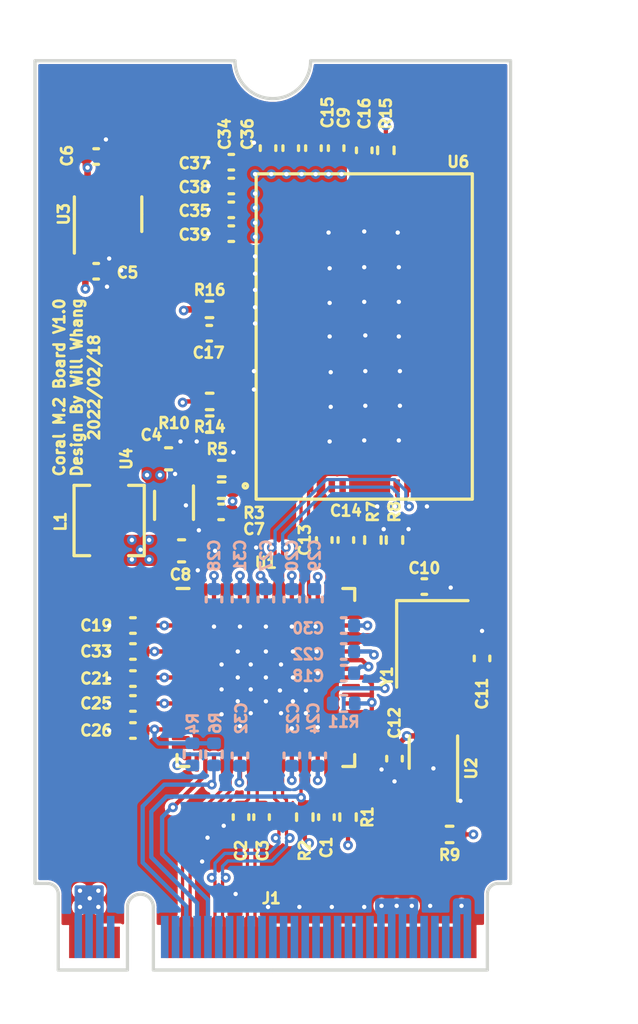
<source format=kicad_pcb>
(kicad_pcb (version 20211014) (generator pcbnew)
  (layers (0 "F.Cu" signal) (1 "In1.Cu" signal) (2 "In2.Cu" signal) (31 "B.Cu" signal) (34 "B.Paste" user) (35 "F.Paste" user) (36 "B.SilkS" user "B.Silkscreen") (37 "F.SilkS" user "F.Silkscreen") (38 "B.Mask" user) (39 "F.Mask" user) (44 "Edge.Cuts" user))
  (net 0 "")
  (net 1 "+3.3VA")
  (net 2 "GND")
  (net 3 "+1V8")
  (net 8 "PCIe_LED")
  (net 30 "PCIe_RX_P")
  (net 32 "PCIe_RX_N")
  (net 35 "PCIe_TX_P")
  (net 37 "PCIe_TX_N")
  (net 38 "PCIe_RST")
  (net 39 "PCIe_CLK_REQ")
  (net 40 "PCIe_CLK_N")
  (net 41 "Net-(C1-Pad2)")
  (net 42 "PCIe_CLK_P")
  (net 48 "Net-(C7-Pad2)")
  (net 51 "Net-(C10-Pad2)")
  (net 52 "Net-(C11-Pad2)")
  (net 53 "Net-(R7-Pad2)")
  (net 54 "Net-(R8-Pad2)")
  (net 55 "Net-(R9-Pad2)")
  (net 56 "Net-(C2-Pad2)")
  (net 58 "Net-(C3-Pad2)")
  (net 59 "+1V1")
  (net 60 "USB3_TX1+")
  (net 61 "USB_TPU1_DN")
  (net 62 "USB_TPU1_DP")
  (net 63 "Net-(C13-Pad2)")
  (net 64 "USB3_TX1-")
  (net 74 "Net-(L1-Pad1)")
  (net 76 "Net-(C14-Pad2)")
  (net 77 "TPU_RST")
  (net 78 "PE_WAKE")
  (net 79 "SMI")
  (net 80 "TPU_USB_SEL")
  (net 81 "Net-(R11-Pad1)")
  (net 82 "USB3_RX1-")
  (net 83 "USB3_RX1+")
  (net 104 "Net-(U1-Pad33)")
  (net 105 "Net-(U1-Pad34)")
  (net 106 "Net-(U1-Pad35)")
  (net 107 "Net-(U1-Pad36)")
  (net 108 "Net-(R15-Pad1)")
  (footprint "Resistor_SMD:R_0402_1005Metric" (layer "F.Cu") (at 139.44 68.8)
    (fp_text reference "R16")
    (fp_text value "10K")
  )
  (footprint "Package_DFN_QFN:DFN-8-1EP_3x2mm_P0.5mm_EP1.36x1.46mm" (layer "F.Cu") (at 149.8 90 90)
    (fp_text reference "U2")
    (fp_text value "W25Q32JVZP")
  )
  (footprint "Crystal:Crystal_SMD_3225-4Pin_3.2x2.5mm" (layer "F.Cu") (at 149.75 84.25 -90)
    (fp_text reference "Y1")
    (fp_text value "25Mhz")
  )
  (footprint "NGFF:NGFF_M" (layer "F.Cu") (at 142.37 99.3125)
    (fp_text reference "J1")
    (fp_text value "Bus_M.2_Socket_M")
    (fp_line (start -6.725 0) (end -6.725 -2.9) (layer "Edge.Cuts") (width 0.15))
    (fp_line (start 0 0) (end 9.925 0) (layer "Edge.Cuts") (width 0.15))
    (fp_line (start -9.925 -3.5) (end -9.925 0) (layer "Edge.Cuts") (width 0.15))
    (fp_line (start 9.925 0) (end 9.925 -3.5) (layer "Edge.Cuts") (width 0.15))
    (fp_line (start 10.425 -4) (end 11 -4) (layer "Edge.Cuts") (width 0.15))
    (fp_line (start -5.525 0) (end 0 0) (layer "Edge.Cuts") (width 0.15))
    (fp_line (start -11 -4) (end -10.425 -4) (layer "Edge.Cuts") (width 0.15))
    (fp_line (start -9.925 0) (end -6.725 0) (layer "Edge.Cuts") (width 0.15))
    (fp_line (start -5.525 -2.9) (end -5.525 0) (layer "Edge.Cuts") (width 0.15))
    (fp_arc (start 9.925 -3.5) (mid 10.071447 -3.853553) (end 10.425 -4) (layer "Edge.Cuts") (width 0.15))
    (fp_arc (start -10.425 -4) (mid -10.071447 -3.853553) (end -9.925 -3.5) (layer "Edge.Cuts") (width 0.15))
    (fp_arc (start -6.725 -2.9) (mid -6.125 -3.5) (end -5.525 -2.9) (layer "Edge.Cuts") (width 0.15))
  )
  (footprint "Package_TO_SOT_SMD:SOT-23-5" (layer "F.Cu") (at 134.75 64.4 90)
    (fp_text reference "U3")
    (fp_text value "AP2204K-1.8")
  )
  (footprint "Capacitor_SMD:C_0402_1005Metric" (layer "F.Cu") (at 144.25 61.35 90)
    (fp_text reference "C15")
    (fp_text value "100nF")
  )
  (footprint "Capacitor_SMD:C_0402_1005Metric" (layer "F.Cu") (at 143.2 61.35 -90)
    (fp_text reference "C36")
    (fp_text value "100nF")
  )
  (footprint "Package_DFN_QFN:QFN-68-1EP_8x8mm_P0.4mm_EP5.2x5.2mm" (layer "F.Cu") (at 142.05 85.8)
    (fp_text reference "U1")
    (fp_text value "VL805")
  )
  (footprint "Capacitor_SMD:C_0402_1005Metric" (layer "F.Cu") (at 134.2 67.0375)
    (fp_text reference "C5")
    (fp_text value "10uF")
  )
  (footprint "Capacitor_SMD:C_0402_1005Metric" (layer "F.Cu") (at 140.45 65.3)
    (fp_text reference "C39")
    (fp_text value "100nF")
  )
  (footprint "Capacitor_SMD:C_0402_1005Metric" (layer "F.Cu") (at 145.3 61.35 90)
    (fp_text reference "C9")
    (fp_text value "10uF")
  )
  (footprint "Capacitor_SMD:C_0402_1005Metric" (layer "F.Cu") (at 139.43 69.9 180)
    (fp_text reference "C17")
    (fp_text value "100nF")
  )
  (footprint "Capacitor_SMD:C_0402_1005Metric" (layer "F.Cu") (at 145.75 79.45 90)
    (fp_text reference "C14")
    (fp_text value "100nF")
  )
  (footprint "Capacitor_SMD:C_0603_1608Metric" (layer "F.Cu") (at 138.15 79.95)
    (fp_text reference "C8")
    (fp_text value "22uF")
  )
  (footprint "Capacitor_SMD:C_0402_1005Metric" (layer "F.Cu") (at 140.45 62)
    (fp_text reference "C37")
    (fp_text value "100nF")
  )
  (footprint "Capacitor_SMD:C_0402_1005Metric" (layer "F.Cu") (at 135.9 84.6)
    (fp_text reference "C33")
    (fp_text value "100nF")
  )
  (footprint "Capacitor_SMD:C_0402_1005Metric" (layer "F.Cu") (at 135.9 83.4)
    (fp_text reference "C19")
    (fp_text value "100nF")
  )
  (footprint "Resistor_SMD:R_0402_1005Metric" (layer "F.Cu") (at 139.45 73.05 180)
    (fp_text reference "R14")
    (fp_text value "0R")
  )
  (footprint "Capacitor_SMD:C_0402_1005Metric" (layer "F.Cu") (at 140.45 64.2)
    (fp_text reference "C35")
    (fp_text value "100nF")
  )
  (footprint "Resistor_SMD:R_0402_1005Metric" (layer "F.Cu") (at 143.85 92.25 -90)
    (fp_text reference "R2")
    (fp_text value "10K")
  )
  (footprint "Capacitor_SMD:C_0402_1005Metric" (layer "F.Cu") (at 134.2 61.7375)
    (fp_text reference "C6")
    (fp_text value "10uF")
  )
  (footprint "Resistor_SMD:R_0402_1005Metric" (layer "F.Cu") (at 140.01 76.15)
    (fp_text reference "R5")
    (fp_text value "100K")
  )
  (footprint "Resistor_SMD:R_0402_1005Metric" (layer "F.Cu") (at 140 77.15 180)
    (fp_text reference "R3")
    (fp_text value "75K")
  )
  (footprint "Capacitor_SMD:C_0402_1005Metric" (layer "F.Cu") (at 152.05 84.92 -90)
    (fp_text reference "C11")
    (fp_text value "18pF")
  )
  (footprint "footprints:MODULE_G313-06329-00" (layer "F.Cu") (at 146.6 70.05)
    (fp_text reference "U6")
    (fp_text value "G313-06329-00")
  )
  (footprint "Capacitor_SMD:C_0402_1005Metric" (layer "F.Cu") (at 135.9 88.25)
    (fp_text reference "C26")
    (fp_text value "100nF")
  )
  (footprint "Capacitor_SMD:C_0402_1005Metric" (layer "F.Cu") (at 140.45 63.1)
    (fp_text reference "C38")
    (fp_text value "100nF")
  )
  (footprint "Inductor_SMD:L_Vishay_IHLP-1212" (layer "F.Cu") (at 134.8 78.55 -90)
    (fp_text reference "L1")
    (fp_text value "1uH")
  )
  (footprint "Resistor_SMD:R_0402_1005Metric" (layer "F.Cu") (at 145.85 92.25 -90)
    (fp_text reference "R1")
    (fp_text value "10K")
  )
  (footprint "Capacitor_SMD:C_0402_1005Metric" (layer "F.Cu") (at 139.98 78.15 180)
    (fp_text reference "C7")
    (fp_text value "10pF")
  )
  (footprint "Capacitor_SMD:C_0402_1005Metric" (layer "F.Cu") (at 149.38 81.6 180)
    (fp_text reference "C10")
    (fp_text value "18pF")
  )
  (footprint "Resistor_SMD:R_0402_1005Metric" (layer "F.Cu") (at 148 79.45 -90)
    (fp_text reference "R8")
    (fp_text value "6.04K")
  )
  (footprint "Resistor_SMD:R_0402_1005Metric" (layer "F.Cu") (at 147 79.45 -90)
    (fp_text reference "R7")
    (fp_text value "4.7K")
  )
  (footprint "Capacitor_SMD:C_0603_1608Metric" (layer "F.Cu") (at 137.55 75.7 180)
    (fp_text reference "C4")
    (fp_text value "10uF")
  )
  (footprint "Capacitor_SMD:C_0402_1005Metric" (layer "F.Cu") (at 144.85 92.25 90)
    (fp_text reference "C1")
    (fp_text value "1uF")
  )
  (footprint "Capacitor_SMD:C_0402_1005Metric" (layer "F.Cu") (at 135.9 87)
    (fp_text reference "C25")
    (fp_text value "100nF")
  )
  (footprint "Capacitor_SMD:C_0402_1005Metric" (layer "F.Cu") (at 144.75 79.45 90)
    (fp_text reference "C13")
    (fp_text value "100nF")
  )
  (footprint "Capacitor_SMD:C_0402_1005Metric" (layer "F.Cu") (at 141.85 92.25 90)
    (fp_text reference "C3")
    (fp_text value "100nF")
  )
  (footprint "Package_TO_SOT_SMD:SOT-563" (layer "F.Cu") (at 137.8 77.85 -90)
    (fp_text reference "U4")
    (fp_text value "TLV62568ADRLR")
  )
  (footprint "Capacitor_SMD:C_0402_1005Metric" (layer "F.Cu") (at 148 89.55 90)
    (fp_text reference "C12")
    (fp_text value "100nF")
  )
  (footprint "Capacitor_SMD:C_0402_1005Metric" (layer "F.Cu") (at 140.9 92.25 90)
    (fp_text reference "C2")
    (fp_text value "100nF")
  )
  (footprint "Resistor_SMD:R_0402_1005Metric" (layer "F.Cu") (at 139.45 74.1)
    (fp_text reference "R10")
    (fp_text value "DNP")
  )
  (footprint "Resistor_SMD:R_0402_1005Metric" (layer "F.Cu") (at 150.55 93.05 180)
    (fp_text reference "R9")
    (fp_text value "10K")
  )
  (footprint "Capacitor_SMD:C_0402_1005Metric" (layer "F.Cu") (at 135.9 85.85)
    (fp_text reference "C21")
    (fp_text value "100nF")
  )
  (footprint "Capacitor_SMD:C_0402_1005Metric" (layer "F.Cu") (at 146.6 61.45 90)
    (fp_text reference "C16")
    (fp_text value "1uF")
  )
  (footprint "Resistor_SMD:R_0402_1005Metric" (layer "F.Cu") (at 147.6 61.45 90)
    (fp_text reference "R15")
    (fp_text value "1K")
  )
  (footprint "Capacitor_SMD:C_0402_1005Metric" (layer "F.Cu") (at 142.15 61.35 -90)
    (fp_text reference "C34")
    (fp_text value "100nF")
  )
  (footprint "Capacitor_SMD:C_0402_1005Metric" (layer "B.Cu") (at 144.3 82.2 90)
    (fp_text reference "C29")
    (fp_text value "100nF")
  )
  (footprint "Capacitor_SMD:C_0402_1005Metric" (layer "B.Cu") (at 140.85 82.2 90)
    (fp_text reference "C31")
    (fp_text value "100nF")
  )
  (footprint "Capacitor_SMD:C_0402_1005Metric" (layer "B.Cu") (at 139.65 82.2 90)
    (fp_text reference "C28")
    (fp_text value "100nF")
  )
  (footprint "Capacitor_SMD:C_0402_1005Metric" (layer "B.Cu") (at 143.25 89.4 -90)
    (fp_text reference "C23")
    (fp_text value "100nF")
  )
  (footprint "Capacitor_SMD:C_0402_1005Metric" (layer "B.Cu") (at 145.65 85.6)
    (fp_text reference "C18")
    (fp_text value "100nF")
  )
  (footprint "Capacitor_SMD:C_0402_1005Metric" (layer "B.Cu") (at 145.65 84.6)
    (fp_text reference "C22")
    (fp_text value "100nF")
  )
  (footprint "Capacitor_SMD:C_0402_1005Metric" (layer "B.Cu") (at 145.65 83.4)
    (fp_text reference "C30")
    (fp_text value "100nF")
  )
  (footprint "Resistor_SMD:R_0402_1005Metric" (layer "B.Cu") (at 139.65 89.35 90)
    (fp_text reference "R6")
    (fp_text value "10K")
  )
  (footprint "Resistor_SMD:R_0402_1005Metric" (layer "B.Cu") (at 138.65 89.35 90)
    (fp_text reference "R4")
    (fp_text value "DNP")
  )
  (footprint "Resistor_SMD:R_0402_1005Metric" (layer "B.Cu") (at 145.65 87 180)
    (fp_text reference "R11")
    (fp_text value "15K")
  )
  (footprint "Capacitor_SMD:C_0402_1005Metric" (layer "B.Cu") (at 144.45 89.4 -90)
    (fp_text reference "C24")
    (fp_text value "100nF")
  )
  (footprint "Capacitor_SMD:C_0402_1005Metric" (layer "B.Cu") (at 142.05 82.2 90)
    (fp_text reference "C27")
    (fp_text value "100nF")
  )
  (footprint "Capacitor_SMD:C_0402_1005Metric" (layer "B.Cu") (at 143.25 82.2 90)
    (fp_text reference "C20")
    (fp_text value "100nF")
  )
  (footprint "Capacitor_SMD:C_0402_1005Metric" (layer "B.Cu") (at 140.85 89.4 -90)
    (fp_text reference "C32")
    (fp_text value "100nF")
  )
  (gr_line (start 153.37 57.3125) (end 144.12 57.3125) (layer "Edge.Cuts") (width 0.15))
  (gr_arc (start 144.12 57.3125) (mid 142.37 59.0625) (end 140.62 57.3125) (layer "Edge.Cuts") (width 0.15))
  (gr_line (start 131.37 95.3125) (end 131.37 57.3125) (layer "Edge.Cuts") (width 0.15))
  (gr_line (start 140.62 57.3125) (end 131.37 57.3125) (layer "Edge.Cuts") (width 0.15))
  (gr_line (start 153.37 95.3125) (end 153.37 57.3125) (layer "Edge.Cuts") (width 0.15))
  (gr_text "Coral M.2 Board V1.0\nDesign By Will Whang\n2022/02/18" (at 133.3 72.4 90) (layer "F.SilkS") (effects (font (size 0.5 0.5) (thickness 0.125))))
  (segment (start 133.8 65.5375) (end 133.8 64.75) (width 0.3) (layer "F.Cu") (net 1))
  (segment (start 136.9 88.2) (end 136.43 88.2) (width 0.2) (layer "F.Cu") (net 1))
  (segment (start 135.5 64.45) (end 135.7 64.65) (width 0.3) (layer "F.Cu") (net 1))
  (segment (start 151.06 93.05) (end 151.65 93.05) (width 0.2) (layer "F.Cu") (net 1))
  (segment (start 145.85 92.76) (end 145.85 93.55) (width 0.2) (layer "F.Cu") (net 1))
  (segment (start 133.8 64.75) (end 134.1 64.45) (width 0.3) (layer "F.Cu") (net 1))
  (segment (start 148.57 88.5) (end 148 89.07) (width 0.25) (layer "F.Cu") (net 1))
  (segment (start 136.9 84.6) (end 136.38 84.6) (width 0.2) (layer "F.Cu") (net 1))
  (segment (start 137.8 78.6) (end 137.8 78.075) (width 0.2) (layer "F.Cu") (net 1))
  (segment (start 149.55 88.5) (end 149.05 88.5) (width 0.25) (layer "F.Cu") (net 1))
  (segment (start 149.05 88.5) (end 148.57 88.5) (width 0.25) (layer "F.Cu") (net 1))
  (segment (start 137.3 77.575) (end 137.3 77.1) (width 0.2) (layer "F.Cu") (net 1))
  (segment (start 143.25 81.1) (end 143.25 81.8625) (width 0.2) (layer "F.Cu") (net 1))
  (segment (start 140.8235 90.65) (end 140.85 90.6235) (width 0.2) (layer "F.Cu") (net 1))
  (segment (start 135.7 64.65) (end 135.7 65.5375) (width 0.3) (layer "F.Cu") (net 1))
  (segment (start 143.85 93.25) (end 144.05 93.45) (width 0.2) (layer "F.Cu") (net 1))
  (segment (start 138.1125 88.2) (end 136.9 88.2) (width 0.2) (layer "F.Cu") (net 1))
  (segment (start 144.45 89.7375) (end 144.45 90.55) (width 0.2) (layer "F.Cu") (net 1))
  (segment (start 140.85 90.6235) (end 140.85 89.7375) (width 0.2) (layer "F.Cu") (net 1))
  (segment (start 136.43 88.2) (end 136.38 88.25) (width 0.2) (layer "F.Cu") (net 1))
  (segment (start 138.1125 84.6) (end 136.9 84.6) (width 0.2) (layer "F.Cu") (net 1))
  (segment (start 146.75 83.4) (end 145.9875 83.4) (width 0.2) (layer "F.Cu") (net 1))
  (segment (start 134.1 64.45) (end 135.5 64.45) (width 0.3) (layer "F.Cu") (net 1))
  (segment (start 139.65 81.8625) (end 139.65 81.1) (width 0.2) (layer "F.Cu") (net 1))
  (segment (start 143.85 92.76) (end 143.85 93.25) (width 0.2) (layer "F.Cu") (net 1))
  (segment (start 133.7 65.6375) (end 133.8 65.5375) (width 0.3) (layer "F.Cu") (net 1))
  (segment (start 133.7 67.85) (end 133.7 65.6375) (width 0.3) (layer "F.Cu") (net 1))
  (segment (start 137.8 78.075) (end 137.3 77.575) (width 0.2) (layer "F.Cu") (net 1))
  (segment (start 146.9 84.6) (end 147.05 84.75) (width 0.2) (layer "F.Cu") (net 1))
  (segment (start 145.9875 84.6) (end 146.9 84.6) (width 0.2) (layer "F.Cu") (net 1))
  (via (at 143.7 62.55) (size 0.45) (drill 0.2) (layers "F.Cu" "B.Cu") (net 1))
  (via (at 146.75 83.4) (size 0.45) (drill 0.2) (layers "F.Cu" "B.Cu") (net 1))
  (via (at 143 62.55) (size 0.45) (drill 0.2) (layers "F.Cu" "B.Cu") (net 1))
  (via (at 141.55 63.45) (size 0.45) (drill 0.2) (layers "F.Cu" "B.Cu") (net 1))
  (via (at 134.3 95.65) (size 0.45) (drill 0.2) (layers "F.Cu" "B.Cu") (net 1))
  (via (at 147.4 96.35) (size 0.45) (drill 0.2) (layers "F.Cu" "B.Cu") (net 1))
  (via (at 145.85 93.55) (size 0.45) (drill 0.2) (layers "F.Cu" "B.Cu") (net 1))
  (via (at 144.35 62.55) (size 0.45) (drill 0.2) (layers "F.Cu" "B.Cu") (net 1))
  (via (at 144.45 90.55) (size 0.45) (drill 0.2) (layers "F.Cu" "B.Cu") (net 1))
  (via (at 145.55 62.55) (size 0.45) (drill 0.2) (layers "F.Cu" "B.Cu") (net 1))
  (via (at 133.45 95.65) (size 0.45) (drill 0.2) (layers "F.Cu" "B.Cu") (net 1))
  (via (at 144.05 93.45) (size 0.45) (drill 0.2) (layers "F.Cu" "B.Cu") (net 1))
  (via (at 148.1 96.35) (size 0.45) (drill 0.2) (layers "F.Cu" "B.Cu") (net 1))
  (via (at 133.9 96) (size 0.45) (drill 0.2) (layers "F.Cu" "B.Cu") (net 1))
  (via (at 144.95 62.55) (size 0.45) (drill 0.2) (layers "F.Cu" "B.Cu") (net 1))
  (via (at 141.55 65.45) (size 0.45) (drill 0.2) (layers "F.Cu" "B.Cu") (net 1))
  (via (at 143.25 81.1) (size 0.45) (drill 0.2) (layers "F.Cu" "B.Cu") (net 1))
  (via (at 134.3 96.4) (size 0.45) (drill 0.2) (layers "F.Cu" "B.Cu") (net 1))
  (via (at 148.8 96.35) (size 0.45) (drill 0.2) (layers "F.Cu" "B.Cu") (net 1))
  (via (at 151.1 96.35) (size 0.45) (drill 0.2) (layers "F.Cu" "B.Cu") (net 1))
  (via (at 140.8235 90.65) (size 0.45) (drill 0.2) (layers "F.Cu" "B.Cu") (net 1))
  (via (at 141.55 64.1) (size 0.45) (drill 0.2) (layers "F.Cu" "B.Cu") (net 1))
  (via (at 136.9 88.2) (size 0.45) (drill 0.2) (layers "F.Cu" "B.Cu") (net 1))
  (via (at 133.45 96.4) (size 0.45) (drill 0.2) (layers "F.Cu" "B.Cu") (net 1))
  (via (at 141.55 62.55) (size 0.45) (drill 0.2) (layers "F.Cu" "B.Cu") (net 1))
  (via (at 137.15 76.45) (size 0.45) (drill 0.2) (layers "F.Cu" "B.Cu") (net 1))
  (via (at 136.55 76.45) (size 0.45) (drill 0.2) (layers "F.Cu" "B.Cu") (net 1))
  (via (at 151.65 93.05) (size 0.45) (drill 0.2) (layers "F.Cu" "B.Cu") (net 1))
  (via (at 148.57 88.5) (size 0.45) (drill 0.2) (layers "F.Cu" "B.Cu") (net 1))
  (via (at 136.9 84.6) (size 0.45) (drill 0.2) (layers "F.Cu" "B.Cu") (net 1))
  (via (at 133.7 67.85) (size 0.45) (drill 0.2) (layers "F.Cu" "B.Cu") (net 1))
  (via (at 147.05 84.75) (size 0.45) (drill 0.2) (layers "F.Cu" "B.Cu") (net 1))
  (via (at 141.55 64.8) (size 0.45) (drill 0.2) (layers "F.Cu" "B.Cu") (net 1))
  (via (at 139.65 81.1) (size 0.45) (drill 0.2) (layers "F.Cu" "B.Cu") (net 1))
  (via (at 142.3 62.55) (size 0.45) (drill 0.2) (layers "F.Cu" "B.Cu") (net 1))
  (via (at 147.55 86.3) (size 0.45) (drill 0.2) (layers "F.Cu" "B.Cu") (net 1))
  (segment (start 143.25 81.72) (end 143.25 81.1) (width 0.2) (layer "B.Cu") (net 1))
  (segment (start 137.09 88.84) (end 136.9 88.65) (width 0.2) (layer "B.Cu") (net 1))
  (segment (start 136.9 88.65) (end 136.9 88.2) (width 0.2) (layer "B.Cu") (net 1))
  (segment (start 145.35 86.3) (end 147.55 86.3) (width 0.2) (layer "B.Cu") (net 1))
  (segment (start 140.8235 89.9065) (end 140.85 89.88) (width 0.2) (layer "B.Cu") (net 1))
  (segment (start 146.13 83.4) (end 146.75 83.4) (width 0.2) (layer "B.Cu") (net 1))
  (segment (start 144.45 90.55) (end 144.45 89.88) (width 0.2) (layer "B.Cu") (net 1))
  (segment (start 138.65 88.84) (end 137.09 88.84) (width 0.2) (layer "B.Cu") (net 1))
  (segment (start 139.65 88.84) (end 138.65 88.84) (width 0.2) (layer "B.Cu") (net 1))
  (segment (start 140.8235 90.65) (end 140.8235 89.9065) (width 0.2) (layer "B.Cu") (net 1))
  (segment (start 139.65 81.1) (end 139.65 81.72) (width 0.2) (layer "B.Cu") (net 1))
  (segment (start 145.25 86.4) (end 145.35 86.3) (width 0.2) (layer "B.Cu") (net 1))
  (segment (start 145.14 86.51) (end 145.25 86.4) (width 0.2) (layer "B.Cu") (net 1))
  (segment (start 147.05 84.75) (end 146.9 84.6) (width 0.2) (layer "B.Cu") (net 1))
  (segment (start 146.9 84.6) (end 146.13 84.6) (width 0.2) (layer "B.Cu") (net 1))
  (segment (start 145.14 87) (end 145.14 86.51) (width 0.2) (layer "B.Cu") (net 1))
  (via (at 145.05 71.7) (size 0.45) (drill 0.2) (layers "F.Cu" "B.Cu") (net 2))
  (via (at 142.7 86.4) (size 0.45) (drill 0.2) (layers "F.Cu" "B.Cu") (net 2))
  (via (at 139.4 65.3) (size 0.45) (drill 0.2) (layers "F.Cu" "B.Cu") (net 2))
  (via (at 140 85.2) (size 0.45) (drill 0.2) (layers "F.Cu" "B.Cu") (net 2))
  (via (at 144.95 65.25) (size 0.45) (drill 0.2) (layers "F.Cu" "B.Cu") (net 2))
  (via (at 140.75 84.6) (size 0.45) (drill 0.2) (layers "F.Cu" "B.Cu") (net 2))
  (via (at 148.2 66.85) (size 0.45) (drill 0.2) (layers "F.Cu" "B.Cu") (net 2))
  (via (at 143.9 87.45) (size 0.45) (drill 0.2) (layers "F.Cu" "B.Cu") (net 2))
  (via (at 140.1 92.65) (size 0.45) (drill 0.2) (layers "F.Cu" "B.Cu") (net 2))
  (via (at 140.85 83.45) (size 0.45) (drill 0.2) (layers "F.Cu" "B.Cu") (net 2))
  (via (at 141.55 68.7) (size 0.45) (drill 0.2) (layers "F.Cu" "B.Cu") (net 2))
  (via (at 143.9 86.4) (size 0.45) (drill 0.2) (layers "F.Cu" "B.Cu") (net 2))
  (via (at 145.05 73.3) (size 0.45) (drill 0.2) (layers "F.Cu" "B.Cu") (net 2))
  (via (at 149.5 77.9) (size 0.45) (drill 0.2) (layers "F.Cu" "B.Cu") (net 2))
  (via (at 134.8 87) (size 0.45) (drill 0.2) (layers "F.Cu" "B.Cu") (net 2))
  (via (at 139.7 79.95) (size 0.45) (drill 0.2) (layers "F.Cu" "B.Cu") (net 2))
  (via (at 141.35 86.35) (size 0.45) (drill 0.2) (layers "F.Cu" "B.Cu") (net 2))
  (via (at 142.15 96.4) (size 0.45) (drill 0.2) (layers "F.Cu" "B.Cu") (net 2))
  (via (at 143.3 86.9) (size 0.45) (drill 0.2) (layers "F.Cu" "B.Cu") (net 2))
  (via (at 150.6 81.65) (size 0.45) (drill 0.2) (layers "F.Cu" "B.Cu") (net 2))
  (via (at 146.65 73.25) (size 0.45) (drill 0.2) (layers "F.Cu" "B.Cu") (net 2))
  (via (at 139.4 64.2) (size 0.45) (drill 0.2) (layers "F.Cu" "B.Cu") (net 2))
  (via (at 148.25 73.25) (size 0.45) (drill 0.2) (layers "F.Cu" "B.Cu") (net 2))
  (via (at 151.05 91.5) (size 0.45) (drill 0.2) (layers "F.Cu" "B.Cu") (net 2))
  (via (at 141.6 79.8) (size 0.45) (drill 0.2) (layers "F.Cu" "B.Cu") (net 2))
  (via (at 141.35 87.45) (size 0.45) (drill 0.2) (layers "F.Cu" "B.Cu") (net 2))
  (via (at 134.8 84.6) (size 0.45) (drill 0.2) (layers "F.Cu" "B.Cu") (net 2))
  (via (at 145 70.05) (size 0.45) (drill 0.2) (layers "F.Cu" "B.Cu") (net 2))
  (via (at 140.55 75.4) (size 0.45) (drill 0.2) (layers "F.Cu" "B.Cu") (net 2))
  (via (at 146.65 71.65) (size 0.45) (drill 0.2) (layers "F.Cu" "B.Cu") (net 2))
  (via (at 144.45 85.6) (size 0.45) (drill 0.2) (layers "F.Cu" "B.Cu") (net 2))
  (via (at 148.65 78.95) (size 0.45) (drill 0.2) (layers "F.Cu" "B.Cu") (net 2))
  (via (at 145.1 96.4) (size 0.45) (drill 0.2) (layers "F.Cu" "B.Cu") (net 2))
  (via (at 146.6 74.85) (size 0.45) (drill 0.2) (layers "F.Cu" "B.Cu") (net 2))
  (via (at 134.7 67.75) (size 0.45) (drill 0.2) (layers "F.Cu" "B.Cu") (net 2))
  (via (at 145 66.9) (size 0.45) (drill 0.2) (layers "F.Cu" "B.Cu") (net 2))
  (via (at 134.65 60.95) (size 0.45) (drill 0.2) (layers "F.Cu" "B.Cu") (net 2))
  (via (at 143.3 85.8) (size 0.45) (drill 0.2) (layers "F.Cu" "B.Cu") (net 2))
  (via (at 148.2 70.05) (size 0.45) (drill 0.2) (layers "F.Cu" "B.Cu") (net 2))
  (via (at 144.4 84.6) (size 0.45) (drill 0.2) (layers "F.Cu" "B.Cu") (net 2))
  (via (at 144.45 88.1) (size 0.45) (drill 0.2) (layers "F.Cu" "B.Cu") (net 2))
  (via (at 141.55 67.15) (size 0.45) (drill 0.2) (layers "F.Cu" "B.Cu") (net 2))
  (via (at 146.6 68.45) (size 0.45) (drill 0.2) (layers "F.Cu" "B.Cu") (net 2))
  (via (at 138.95 79) (size 0.45) (drill 0.2) (layers "F.Cu" "B.Cu") (net 2))
  (via (at 146.65 70) (size 0.45) (drill 0.2) (layers "F.Cu" "B.Cu") (net 2))
  (via (at 148.2 74.85) (size 0.45) (drill 0.2) (layers "F.Cu" "B.Cu") (net 2))
  (via (at 134.8 66.45) (size 0.45) (drill 0.2) (layers "F.Cu" "B.Cu") (net 2))
  (via (at 142.05 83.45) (size 0.45) (drill 0.2) (layers "F.Cu" "B.Cu") (net 2))
  (via (at 138.85 74.9) (size 0.45) (drill 0.2) (layers "F.Cu" "B.Cu") (net 2))
  (via (at 141.35 85.2) (size 0.45) (drill 0.2) (layers "F.Cu" "B.Cu") (net 2))
  (via (at 134.8 88.25) (size 0.45) (drill 0.2) (layers "F.Cu" "B.Cu") (net 2))
  (via (at 138.1 74.9) (size 0.45) (drill 0.2) (layers "F.Cu" "B.Cu") (net 2))
  (via (at 141.55 69.45) (size 0.45) (drill 0.2) (layers "F.Cu" "B.Cu") (net 2))
  (via (at 139.4 63.1) (size 0.45) (drill 0.2) (layers "F.Cu" "B.Cu") (net 2))
  (via (at 138.9 80.85) (size 0.45) (drill 0.2) (layers "F.Cu" "B.Cu") (net 2))
  (via (at 149.65 96.35) (size 0.45) (drill 0.2) (layers "F.Cu" "B.Cu") (net 2))
  (via (at 148.2 68.45) (size 0.45) (drill 0.2) (layers "F.Cu" "B.Cu") (net 2))
  (via (at 141.5 71.65) (size 0.45) (drill 0.2) (layers "F.Cu" "B.Cu") (net 2))
  (via (at 152.05 83.65) (size 0.45) (drill 0.2) (layers "F.Cu" "B.Cu") (net 2))
  (via (at 140 86.35) (size 0.45) (drill 0.2) (layers "F.Cu" "B.Cu") (net 2))
  (via (at 148.25 71.65) (size 0.45) (drill 0.2) (layers "F.Cu" "B.Cu") (net 2))
  (via (at 143.25 83.45) (size 0.45) (drill 0.2) (layers "F.Cu" "B.Cu") (net 2))
  (via (at 146.6 66.85) (size 0.45) (drill 0.2) (layers "F.Cu" "B.Cu") (net 2))
  (via (at 142.75 87.45) (size 0.45) (drill 0.2) (layers "F.Cu" "B.Cu") (net 2))
  (via (at 143.6 96.4) (size 0.45) (drill 0.2) (layers "F.Cu" "B.Cu") (net 2))
  (via (at 138.35 77.85) (size 0.45) (drill 0.2) (layers "F.Cu" "B.Cu") (net 2))
  (via (at 139.65 83.45) (size 0.45) (drill 0.2) (layers "F.Cu" "B.Cu") (net 2))
  (via (at 143.3 84.6) (size 0.45) (drill 0.2) (layers "F.Cu" "B.Cu") (net 2))
  (via (at 147.4 90.05) (size 0.45) (drill 0.2) (layers "F.Cu" "B.Cu") (net 2))
  (via (at 134.8 83.4) (size 0.45) (drill 0.2) (layers "F.Cu" "B.Cu") (net 2))
  (via (at 139.35 93.2) (size 0.45) (drill 0.2) (layers "F.Cu" "B.Cu") (net 2))
  (via (at 142.05 85.8) (size 0.45) (drill 0.2) (layers "F.Cu" "B.Cu") (net 2))
  (via (at 147.5 78.95) (size 0.45) (drill 0.2) (layers "F.Cu" "B.Cu") (net 2))
  (via (at 140 87.5) (size 0.45) (drill 0.2) (layers "F.Cu" "B.Cu") (net 2))
  (via (at 142.05 84.6) (size 0.45) (drill 0.2) (layers "F.Cu" "B.Cu") (net 2))
  (via (at 141.5 72.5) (size 0.45) (drill 0.2) (layers "F.Cu" "B.Cu") (net 2))
  (via (at 141.55 67.9) (size 0.45) (drill 0.2) (layers "F.Cu" "B.Cu") (net 2))
  (via (at 143.25 88.15) (size 0.45) (drill 0.2) (layers "F.Cu" "B.Cu") (net 2))
  (via (at 141.55 66.35) (size 0.45) (drill 0.2) (layers "F.Cu" "B.Cu") (net 2))
  (via (at 140.85 88.05) (size 0.45) (drill 0.2) (layers "F.Cu" "B.Cu") (net 2))
  (via (at 148.15 65.25) (size 0.45) (drill 0.2) (layers "F.Cu" "B.Cu") (net 2))
  (via (at 140.75 85.8) (size 0.45) (drill 0.2) (layers "F.Cu" "B.Cu") (net 2))
  (via (at 147.2 77.9) (size 0.45) (drill 0.2) (layers "F.Cu" "B.Cu") (net 2))
  (via (at 134.8 85.85) (size 0.45) (drill 0.2) (layers "F.Cu" "B.Cu") (net 2))
  (via (at 144.35 83.45) (size 0.45) (drill 0.2) (layers "F.Cu" "B.Cu") (net 2))
  (via (at 149.8 90) (size 0.45) (drill 0.2) (layers "F.Cu" "B.Cu") (net 2))
  (via (at 137.85 76.4) (size 0.45) (drill 0.2) (layers "F.Cu" "B.Cu") (net 2))
  (via (at 145 74.9) (size 0.45) (drill 0.2) (layers "F.Cu" "B.Cu") (net 2))
  (via (at 146.6 65.2) (size 0.45) (drill 0.2) (layers "F.Cu" "B.Cu") (net 2))
  (via (at 148 90.6) (size 0.45) (drill 0.2) (layers "F.Cu" "B.Cu") (net 2))
  (via (at 145 68.5) (size 0.45) (drill 0.2) (layers "F.Cu" "B.Cu") (net 2))
  (via (at 142.05 86.9) (size 0.45) (drill 0.2) (layers "F.Cu" "B.Cu") (net 2))
  (via (at 141.5 61.1) (size 0.45) (drill 0.2) (layers "F.Cu" "B.Cu") (net 2))
  (via (at 135.35 67) (size 0.45) (drill 0.2) (layers "F.Cu" "B.Cu") (net 2))
  (via (at 140.65 95.8) (size 0.45) (drill 0.2) (layers "F.Cu" "B.Cu") (net 2))
  (via (at 142.75 85.2) (size 0.45) (drill 0.2) (layers "F.Cu" "B.Cu") (net 2))
  (via (at 146.6 96.4) (size 0.45) (drill 0.2) (layers "F.Cu" "B.Cu") (net 2))
  (via (at 139.4 62) (size 0.45) (drill 0.2) (layers "F.Cu" "B.Cu") (net 2))
  (via (at 140.75 86.9) (size 0.45) (drill 0.2) (layers "F.Cu" "B.Cu") (net 2))
  (via (at 139.1 94.3) (size 0.45) (drill 0.2) (layers "F.Cu" "B.Cu") (net 2))
  (segment (start 138.93 68.8) (end 138.3 68.8) (width 0.3) (layer "F.Cu") (net 3))
  (segment (start 133.8 63.2625) (end 133.8 62.25) (width 0.3) (layer "F.Cu") (net 3))
  (segment (start 133.72 62.17) (end 133.8 62.25) (width 0.3) (layer "F.Cu") (net 3))
  (segment (start 147.6 60.94) (end 147.59 60.94) (width 0.2) (layer "F.Cu") (net 3))
  (segment (start 146.6 63.15) (end 146.6 61.93) (width 0.2) (layer "F.Cu") (net 3))
  (segment (start 147.6 60.94) (end 147.6 60.3) (width 0.2) (layer "F.Cu") (net 3))
  (segment (start 138.3 68.8) (end 138.25 68.85) (width 0.3) (layer "F.Cu") (net 3))
  (segment (start 133.72 61.7375) (end 133.72 62.17) (width 0.3) (layer "F.Cu") (net 3))
  (segment (start 147.59 60.94) (end 146.6 61.93) (width 0.2) (layer "F.Cu") (net 3))
  (segment (start 138.94 73.05) (end 138.25 73.05) (width 0.2) (layer "F.Cu") (net 3))
  (segment (start 138.25 73.05) (end 138.2 73.1) (width 0.2) (layer "F.Cu") (net 3))
  (via (at 138.2 73.1) (size 0.45) (drill 0.2) (layers "F.Cu" "B.Cu") (net 3))
  (via (at 147.6 60.3) (size 0.45) (drill 0.2) (layers "F.Cu" "B.Cu") (net 3))
  (via (at 133.8 62.25) (size 0.45) (drill 0.2) (layers "F.Cu" "B.Cu") (net 3))
  (via (at 138.25 68.85) (size 0.45) (drill 0.2) (layers "F.Cu" "B.Cu") (net 3))
  (segment (start 141.62 98.0375) (end 141.62 96.949999) (width 0.15) (layer "F.Cu") (net 30))
  (segment (start 141.545 96.874999) (end 141.545 93.035) (width 0.15) (layer "F.Cu") (net 30))
  (segment (start 141.62 96.949999) (end 141.545 96.874999) (width 0.15) (layer "F.Cu") (net 30))
  (segment (start 141.545 93.035) (end 141.85 92.73) (width 0.15) (layer "F.Cu") (net 30))
  (segment (start 141.12 98.0375) (end 141.12 96.949999) (width 0.15) (layer "F.Cu") (net 32))
  (segment (start 141.12 96.949999) (end 141.195 96.874999) (width 0.15) (layer "F.Cu") (net 32))
  (segment (start 141.195 96.874999) (end 141.195 93.025) (width 0.15) (layer "F.Cu") (net 32))
  (segment (start 141.195 93.025) (end 140.9 92.73) (width 0.15) (layer "F.Cu") (net 32))
  (segment (start 140.12 98.0375) (end 140.12 96.949999) (width 0.15) (layer "F.Cu") (net 35))
  (segment (start 142.8235 89.764) (end 142.85 89.7375) (width 0.15) (layer "F.Cu") (net 35))
  (segment (start 142.8235 91.276012) (end 142.8235 89.764) (width 0.15) (layer "F.Cu") (net 35))
  (segment (start 140.045 96.874999) (end 140.045 95.2) (width 0.15) (layer "F.Cu") (net 35))
  (segment (start 143.00405 93.06773) (end 143.00405 91.456562) (width 0.15) (layer "F.Cu") (net 35))
  (segment (start 140.12 96.949999) (end 140.045 96.874999) (width 0.15) (layer "F.Cu") (net 35))
  (segment (start 143.00405 91.456562) (end 142.8235 91.276012) (width 0.15) (layer "F.Cu") (net 35))
  (segment (start 140.045 95.2) (end 140.195 95.05) (width 0.15) (layer "F.Cu") (net 35))
  (segment (start 143.15405 93.21773) (end 143.00405 93.06773) (width 0.15) (layer "F.Cu") (net 35))
  (via (at 143.15405 93.21773) (size 0.45) (drill 0.2) (layers "F.Cu" "B.Cu") (net 35))
  (via (at 140.195 95.05) (size 0.45) (drill 0.2) (layers "F.Cu" "B.Cu") (net 35))
  (segment (start 143.00405 93.36773) (end 143.15405 93.21773) (width 0.15) (layer "B.Cu") (net 35))
  (segment (start 142.322488 94.275) (end 143.00405 93.593438) (width 0.15) (layer "B.Cu") (net 35))
  (segment (start 140.292543 94.275) (end 142.322488 94.275) (width 0.15) (layer "B.Cu") (net 35))
  (segment (start 143.00405 93.593438) (end 143.00405 93.36773) (width 0.15) (layer "B.Cu") (net 35))
  (segment (start 140.045 94.522543) (end 140.292543 94.275) (width 0.15) (layer "B.Cu") (net 35))
  (segment (start 140.195 95.05) (end 140.045 94.9) (width 0.15) (layer "B.Cu") (net 35))
  (segment (start 140.045 94.9) (end 140.045 94.522543) (width 0.15) (layer "B.Cu") (net 35))
  (segment (start 142.45 91.397488) (end 142.45 89.7375) (width 0.15) (layer "F.Cu") (net 37))
  (segment (start 139.62 98.0375) (end 139.62 96.949999) (width 0.15) (layer "F.Cu") (net 37))
  (segment (start 142.50405 93.21773) (end 142.65405 93.06773) (width 0.15) (layer "F.Cu") (net 37))
  (segment (start 142.65405 91.601538) (end 142.45 91.397488) (width 0.15) (layer "F.Cu") (net 37))
  (segment (start 139.695 96.874999) (end 139.695 95.2) (width 0.15) (layer "F.Cu") (net 37))
  (segment (start 139.62 96.949999) (end 139.695 96.874999) (width 0.15) (layer "F.Cu") (net 37))
  (segment (start 142.65405 93.06773) (end 142.65405 91.601538) (width 0.15) (layer "F.Cu") (net 37))
  (segment (start 139.695 95.2) (end 139.545 95.05) (width 0.15) (layer "F.Cu") (net 37))
  (via (at 142.50405 93.21773) (size 0.45) (drill 0.2) (layers "F.Cu" "B.Cu") (net 37))
  (via (at 139.545 95.05) (size 0.45) (drill 0.2) (layers "F.Cu" "B.Cu") (net 37))
  (segment (start 139.695 94.9) (end 139.695 94.377567) (width 0.15) (layer "B.Cu") (net 37))
  (segment (start 139.545 95.05) (end 139.695 94.9) (width 0.15) (layer "B.Cu") (net 37))
  (segment (start 142.65405 93.448462) (end 142.65405 93.36773) (width 0.15) (layer "B.Cu") (net 37))
  (segment (start 140.147567 93.925) (end 142.177512 93.925) (width 0.15) (layer "B.Cu") (net 37))
  (segment (start 142.177512 93.925) (end 142.65405 93.448462) (width 0.15) (layer "B.Cu") (net 37))
  (segment (start 139.695 94.377567) (end 140.147567 93.925) (width 0.15) (layer "B.Cu") (net 37))
  (segment (start 142.65405 93.36773) (end 142.50405 93.21773) (width 0.15) (layer "B.Cu") (net 37))
  (segment (start 139.25 90.3) (end 139.25 89.7375) (width 0.2) (layer "F.Cu") (net 38))
  (segment (start 137.75 91.8) (end 139.25 90.3) (width 0.2) (layer "F.Cu") (net 38))
  (via (at 137.75 91.8) (size 0.45) (drill 0.2) (layers "F.Cu" "B.Cu") (net 38))
  (segment (start 137.25 93.95) (end 137.25 92.25) (width 0.2) (layer "B.Cu") (net 38))
  (segment (start 139.37 96.07) (end 137.5 94.2) (width 0.2) (layer "B.Cu") (net 38))
  (segment (start 139.37 97.7875) (end 139.37 96.07) (width 0.2) (layer "B.Cu") (net 38))
  (segment (start 137.5 94.2) (end 137.25 93.95) (width 0.2) (layer "B.Cu") (net 38))
  (segment (start 137.7 91.8) (end 137.75 91.8) (width 0.2) (layer "B.Cu") (net 38))
  (segment (start 137.25 92.25) (end 137.7 91.8) (width 0.2) (layer "B.Cu") (net 38))
  (segment (start 143.676511 91.35) (end 143.676511 89.764011) (width 0.15) (layer "F.Cu") (net 39))
  (segment (start 143.85 91.523489) (end 143.85 91.74) (width 0.15) (layer "F.Cu") (net 39))
  (segment (start 143.676511 91.35) (end 143.85 91.523489) (width 0.15) (layer "F.Cu") (net 39))
  (segment (start 143.676511 89.764011) (end 143.65 89.7375) (width 0.15) (layer "F.Cu") (net 39))
  (via (at 143.676511 91.35) (size 0.45) (drill 0.2) (layers "F.Cu" "B.Cu") (net 39))
  (segment (start 136.75 92) (end 136.75 94.1) (width 0.2) (layer "B.Cu") (net 39))
  (segment (start 138.87 96.22) (end 138.87 97.7875) (width 0.2) (layer "B.Cu") (net 39))
  (segment (start 136.75 94.1) (end 138.87 96.22) (width 0.2) (layer "B.Cu") (net 39))
  (segment (start 137.45 91.3) (end 136.75 92) (width 0.2) (layer "B.Cu") (net 39))
  (segment (start 143.626511 91.3) (end 137.45 91.3) (width 0.2) (layer "B.Cu") (net 39))
  (segment (start 143.676511 91.35) (end 143.626511 91.3) (width 0.2) (layer "B.Cu") (net 39))
  (segment (start 138.545 96.874999) (end 138.545 92.905) (width 0.15) (layer "F.Cu") (net 40))
  (segment (start 140.4 90.829679) (end 140.396989 90.826668) (width 0.15) (layer "F.Cu") (net 40))
  (segment (start 140.4 91.05) (end 140.4 90.829679) (width 0.15) (layer "F.Cu") (net 40))
  (segment (start 140.396989 90.826668) (end 140.396989 90.253011) (width 0.15) (layer "F.Cu") (net 40))
  (segment (start 138.62 98.0375) (end 138.62 96.949999) (width 0.15) (layer "F.Cu") (net 40))
  (segment (start 140.396989 90.253011) (end 140.45 90.2) (width 0.15) (layer "F.Cu") (net 40))
  (segment (start 138.545 92.905) (end 140.4 91.05) (width 0.15) (layer "F.Cu") (net 40))
  (segment (start 138.62 96.949999) (end 138.545 96.874999) (width 0.15) (layer "F.Cu") (net 40))
  (segment (start 140.45 90.2) (end 140.45 89.7375) (width 0.15) (layer "F.Cu") (net 40))
  (segment (start 144.85 91.35) (end 144.85 91.77) (width 0.15) (layer "F.Cu") (net 41))
  (segment (start 144.023489 90.873489) (end 144.25 91.1) (width 0.15) (layer "F.Cu") (net 41))
  (segment (start 144.05 89.7375) (end 144.023489 89.764011) (width 0.15) (layer "F.Cu") (net 41))
  (segment (start 144.88 91.74) (end 144.85 91.77) (width 0.15) (layer "F.Cu") (net 41))
  (segment (start 145.85 91.74) (end 144.88 91.74) (width 0.15) (layer "F.Cu") (net 41))
  (segment (start 144.25 91.1) (end 144.6 91.1) (width 0.15) (layer "F.Cu") (net 41))
  (segment (start 144.6 91.1) (end 144.85 91.35) (width 0.15) (layer "F.Cu") (net 41))
  (segment (start 144.023489 89.764011) (end 144.023489 90.873489) (width 0.15) (layer "F.Cu") (net 41))
  (segment (start 138.195 92.805) (end 140.05 90.95) (width 0.15) (layer "F.Cu") (net 42))
  (segment (start 138.12 96.949999) (end 138.195 96.874999) (width 0.15) (layer "F.Cu") (net 42))
  (segment (start 138.195 96.874999) (end 138.195 92.805) (width 0.15) (layer "F.Cu") (net 42))
  (segment (start 138.12 98.0375) (end 138.12 96.949999) (width 0.15) (layer "F.Cu") (net 42))
  (segment (start 140.05 90.95) (end 140.05 89.7375) (width 0.15) (layer "F.Cu") (net 42))
  (segment (start 138.3 77.1) (end 139.44 77.1) (width 0.2) (layer "F.Cu") (net 48))
  (segment (start 139.44 77.1) (end 139.49 77.15) (width 0.2) (layer "F.Cu") (net 48))
  (segment (start 139.5 77.14) (end 139.49 77.15) (width 0.2) (layer "F.Cu") (net 48))
  (segment (start 139.5 76.15) (end 139.5 77.14) (width 0.2) (layer "F.Cu") (net 48))
  (segment (start 139.5 77.16) (end 139.49 77.15) (width 0.2) (layer "F.Cu") (net 48))
  (segment (start 139.5 78.15) (end 139.5 77.16) (width 0.2) (layer "F.Cu") (net 48))
  (segment (start 145.9875 83.8) (end 146.014011 83.826511) (width 0.15) (layer "F.Cu") (net 51))
  (segment (start 148.223489 83.826511) (end 148.9 83.15) (width 0.15) (layer "F.Cu") (net 51))
  (segment (start 146.014011 83.826511) (end 148.223489 83.826511) (width 0.15) (layer "F.Cu") (net 51))
  (segment (start 148.9 83.15) (end 148.9 81.6) (width 0.15) (layer "F.Cu") (net 51))
  (segment (start 149.423489 84.173489) (end 150.6 85.35) (width 0.15) (layer "F.Cu") (net 52))
  (segment (start 145.9875 84.2) (end 146.014011 84.173489) (width 0.15) (layer "F.Cu") (net 52))
  (segment (start 150.65 85.4) (end 150.6 85.35) (width 0.15) (layer "F.Cu") (net 52))
  (segment (start 152.05 85.4) (end 150.65 85.4) (width 0.15) (layer "F.Cu") (net 52))
  (segment (start 146.014011 84.173489) (end 149.423489 84.173489) (width 0.15) (layer "F.Cu") (net 52))
  (segment (start 145.9875 82.6) (end 146.25 82.6) (width 0.2) (layer "F.Cu") (net 53))
  (segment (start 146.25 82.6) (end 147 81.85) (width 0.2) (layer "F.Cu") (net 53))
  (segment (start 147 81.85) (end 147 79.96) (width 0.2) (layer "F.Cu") (net 53))
  (segment (start 145.9875 83) (end 146.45 83) (width 0.2) (layer "F.Cu") (net 54))
  (segment (start 146.45 83) (end 148 81.45) (width 0.2) (layer "F.Cu") (net 54))
  (segment (start 148 81.45) (end 148 79.96) (width 0.2) (layer "F.Cu") (net 54))
  (segment (start 150.05 93.04) (end 150.04 93.05) (width 0.2) (layer "F.Cu") (net 55))
  (segment (start 150.05 91.5) (end 150.05 93.04) (width 0.2) (layer "F.Cu") (net 55))
  (segment (start 141.25 91.42) (end 140.9 91.77) (width 0.15) (layer "F.Cu") (net 56))
  (segment (start 141.25 89.7375) (end 141.25 91.42) (width 0.15) (layer "F.Cu") (net 56))
  (segment (start 141.65 89.7375) (end 141.65 91.57) (width 0.15) (layer "F.Cu") (net 58))
  (segment (start 141.65 91.57) (end 141.85 91.77) (width 0.15) (layer "F.Cu") (net 58))
  (segment (start 138.1125 85.8) (end 136.43 85.8) (width 0.2) (layer "F.Cu") (net 59))
  (segment (start 143.250011 90.55) (end 143.25 90.549989) (width 0.2) (layer "F.Cu") (net 59))
  (segment (start 141.8 81.1) (end 142.05 81.35) (width 0.2) (layer "F.Cu") (net 59))
  (segment (start 140.51 77.15) (end 140.51 78.1) (width 0.2) (layer "F.Cu") (net 59))
  (segment (start 144.45 81.8625) (end 144.45 81.15) (width 0.2) (layer "F.Cu") (net 59))
  (segment (start 138.1125 87) (end 137.35 87) (width 0.2) (layer "F.Cu") (net 59))
  (segment (start 140.51 78.1) (end 140.46 78.15) (width 0.2) (layer "F.Cu") (net 59))
  (segment (start 143.25 90.549989) (end 143.25 89.7375) (width 0.2) (layer "F.Cu") (net 59))
  (segment (start 136.38 83.4) (end 137.35 83.4) (width 0.2) (layer "F.Cu") (net 59))
  (segment (start 145.9875 85) (end 146.5 85) (width 0.2) (layer "F.Cu") (net 59))
  (segment (start 136.43 85.8) (end 136.38 85.85) (width 0.2) (layer "F.Cu") (net 59))
  (segment (start 146.5 85) (end 146.8 85.3) (width 0.2) (layer "F.Cu") (net 59))
  (segment (start 138.1125 83.4) (end 137.35 83.4) (width 0.2) (layer "F.Cu") (net 59))
  (segment (start 137.35 87) (end 136.38 87) (width 0.2) (layer "F.Cu") (net 59))
  (segment (start 142.05 81.35) (end 142.05 81.8625) (width 0.2) (layer "F.Cu") (net 59))
  (segment (start 140.85 81.1) (end 140.85 81.8625) (width 0.2) (layer "F.Cu") (net 59))
  (via (at 135.85 80.35) (size 0.45) (drill 0.2) (layers "F.Cu" "B.Cu") (net 59))
  (via (at 137.35 85.8) (size 0.45) (drill 0.2) (layers "F.Cu" "B.Cu") (net 59))
  (via (at 135.85 79.45) (size 0.45) (drill 0.2) (layers "F.Cu" "B.Cu") (net 59))
  (via (at 146.8 85.3) (size 0.45) (drill 0.2) (layers "F.Cu" "B.Cu") (net 59))
  (via (at 137.35 83.4) (size 0.45) (drill 0.2) (layers "F.Cu" "B.Cu") (net 59))
  (via (at 137.35 87) (size 0.45) (drill 0.2) (layers "F.Cu" "B.Cu") (net 59))
  (via (at 136.65 79.45) (size 0.45) (drill 0.2) (layers "F.Cu" "B.Cu") (net 59))
  (via (at 143.250011 90.55) (size 0.45) (drill 0.2) (layers "F.Cu" "B.Cu") (net 59))
  (via (at 144.45 81.15) (size 0.45) (drill 0.2) (layers "F.Cu" "B.Cu") (net 59))
  (via (at 136.65 80.35) (size 0.45) (drill 0.2) (layers "F.Cu" "B.Cu") (net 59))
  (via (at 140.51 77.66) (size 0.45) (drill 0.2) (layers "F.Cu" "B.Cu") (net 59))
  (via (at 141.8 81.1) (size 0.45) (drill 0.2) (layers "F.Cu" "B.Cu") (net 59))
  (via (at 140.85 81.1) (size 0.45) (drill 0.2) (layers "F.Cu" "B.Cu") (net 59))
  (via (at 136.25 79.9) (size 0.45) (drill 0.2) (layers "F.Cu" "B.Cu") (net 59))
  (segment (start 143.25 90.549989) (end 143.250011 90.55) (width 0.2) (layer "B.Cu") (net 59))
  (segment (start 146.43 85.3) (end 146.13 85.6) (width 0.2) (layer "B.Cu") (net 59))
  (segment (start 144.45 81.15) (end 144.45 81.57) (width 0.2) (layer "B.Cu") (net 59))
  (segment (start 143.25 89.88) (end 143.25 90.549989) (width 0.2) (layer "B.Cu") (net 59))
  (segment (start 141.8 81.1) (end 142.05 81.35) (width 0.2) (layer "B.Cu") (net 59))
  (segment (start 142.05 81.35) (end 142.05 81.72) (width 0.2) (layer "B.Cu") (net 59))
  (segment (start 140.85 81.72) (end 140.85 81.1) (width 0.2) (layer "B.Cu") (net 59))
  (segment (start 146.8 85.3) (end 146.43 85.3) (width 0.2) (layer "B.Cu") (net 59))
  (segment (start 144.45 81.57) (end 144.3 81.72) (width 0.2) (layer "B.Cu") (net 59))
  (segment (start 145.25 81.8625) (end 145.25 80.43) (width 0.15) (layer "F.Cu") (net 60))
  (segment (start 145.25 80.43) (end 145.75 79.93) (width 0.15) (layer "F.Cu") (net 60))
  (segment (start 148.6 77.400001) (end 148.525 77.475001) (width 0.15) (layer "F.Cu") (net 61))
  (segment (start 142.45 81.8625) (end 142.475 81.8375) (width 0.15) (layer "F.Cu") (net 61))
  (segment (start 148.525 77.750839) (end 148.675 77.900839) (width 0.15) (layer "F.Cu") (net 61))
  (segment (start 142.475 81.8375) (end 142.475 79.95) (width 0.15) (layer "F.Cu") (net 61))
  (segment (start 148.6 76.95) (end 148.6 77.400001) (width 0.15) (layer "F.Cu") (net 61))
  (segment (start 148.525 77.475001) (end 148.525 77.750839) (width 0.15) (layer "F.Cu") (net 61))
  (segment (start 142.475 79.95) (end 142.325 79.8) (width 0.15) (layer "F.Cu") (net 61))
  (via (at 142.325 79.8) (size 0.45) (drill 0.2) (layers "F.Cu" "B.Cu") (net 61))
  (via (at 148.675 77.900839) (size 0.45) (drill 0.2) (layers "F.Cu" "B.Cu") (net 61))
  (segment (start 144.84414 76.658372) (end 142.475 79.027512) (width 0.15) (layer "B.Cu") (net 61))
  (segment (start 148.525 77.177512) (end 148.00586 76.658372) (width 0.15) (layer "B.Cu") (net 61))
  (segment (start 142.475 79.027512) (end 142.475 79.65) (width 0.15) (layer "B.Cu") (net 61))
  (segment (start 148.525 77.750839) (end 148.525 77.177512) (width 0.15) (layer "B.Cu") (net 61))
  (segment (start 148.675 77.900839) (end 148.525 77.750839) (width 0.15) (layer "B.Cu") (net 61))
  (segment (start 142.475 79.65) (end 142.325 79.8) (width 0.15) (layer "B.Cu") (net 61))
  (segment (start 148.00586 76.658372) (end 144.84414 76.658372) (width 0.15) (layer "B.Cu") (net 61))
  (segment (start 142.825 80.921821) (end 142.825 79.95) (width 0.15) (layer "F.Cu") (net 62))
  (segment (start 142.85 81.8625) (end 142.825 81.8375) (width 0.15) (layer "F.Cu") (net 62))
  (segment (start 148.1 76.95) (end 148.1 77.400001) (width 0.15) (layer "F.Cu") (net 62))
  (segment (start 148.1 77.400001) (end 148.175 77.475001) (width 0.15) (layer "F.Cu") (net 62))
  (segment (start 142.825 81.278179) (end 142.823489 81.276668) (width 0.15) (layer "F.Cu") (net 62))
  (segment (start 148.175 77.475001) (end 148.175 77.750839) (width 0.15) (layer "F.Cu") (net 62))
  (segment (start 148.175 77.750839) (end 148.025 77.900839) (width 0.15) (layer "F.Cu") (net 62))
  (segment (start 142.823489 81.276668) (end 142.823489 80.923332) (width 0.15) (layer "F.Cu") (net 62))
  (segment (start 142.825 79.95) (end 142.975 79.8) (width 0.15) (layer "F.Cu") (net 62))
  (segment (start 142.823489 80.923332) (end 142.825 80.921821) (width 0.15) (layer "F.Cu") (net 62))
  (segment (start 142.825 81.8375) (end 142.825 81.278179) (width 0.15) (layer "F.Cu") (net 62))
  (via (at 148.025 77.900839) (size 0.45) (drill 0.2) (layers "F.Cu" "B.Cu") (net 62))
  (via (at 142.975 79.8) (size 0.45) (drill 0.2) (layers "F.Cu" "B.Cu") (net 62))
  (segment (start 148.175 77.750839) (end 148.175 77.322488) (width 0.15) (layer "B.Cu") (net 62))
  (segment (start 147.860884 77.008372) (end 144.989116 77.008372) (width 0.15) (layer "B.Cu") (net 62))
  (segment (start 148.175 77.322488) (end 147.860884 77.008372) (width 0.15) (layer "B.Cu") (net 62))
  (segment (start 148.025 77.900839) (end 148.175 77.750839) (width 0.15) (layer "B.Cu") (net 62))
  (segment (start 142.825 79.65) (end 142.975 79.8) (width 0.15) (layer "B.Cu") (net 62))
  (segment (start 142.825 79.172488) (end 142.825 79.65) (width 0.15) (layer "B.Cu") (net 62))
  (segment (start 144.989116 77.008372) (end 142.825 79.172488) (width 0.15) (layer "B.Cu") (net 62))
  (segment (start 145.1 78.62) (end 144.75 78.97) (width 0.15) (layer "F.Cu") (net 63))
  (segment (start 145.1 76.95) (end 145.1 78.62) (width 0.15) (layer "F.Cu") (net 63))
  (segment (start 144.876511 80.056511) (end 144.75 79.93) (width 0.15) (layer "F.Cu") (net 64))
  (segment (start 144.85 81.8625) (end 144.876511 81.835989) (width 0.15) (layer "F.Cu") (net 64))
  (segment (start 144.876511 81.835989) (end 144.876511 80.056511) (width 0.15) (layer "F.Cu") (net 64))
  (segment (start 145.6 76.95) (end 145.6 78.82) (width 0.15) (layer "F.Cu") (net 76))
  (segment (start 145.6 78.82) (end 145.75 78.97) (width 0.15) (layer "F.Cu") (net 76))
  (segment (start 140.06 70.05) (end 139.91 69.9) (width 0.2) (layer "F.Cu") (net 77))
  (segment (start 139.95 68.8) (end 139.95 69.86) (width 0.2) (layer "F.Cu") (net 77))
  (segment (start 139.95 69.86) (end 139.91 69.9) (width 0.2) (layer "F.Cu") (net 77))
  (segment (start 142.2 70.05) (end 140.06 70.05) (width 0.2) (layer "F.Cu") (net 77))
  (segment (start 139.65 89.7375) (end 139.65 90.65) (width 0.15) (layer "F.Cu") (net 78))
  (segment (start 139.65 90.65) (end 139.55 90.75) (width 0.15) (layer "F.Cu") (net 78))
  (via (at 139.55 90.75) (size 0.45) (drill 0.2) (layers "F.Cu" "B.Cu") (net 78))
  (segment (start 136.35 94.35) (end 136.35 91.75) (width 0.2) (layer "B.Cu") (net 78))
  (segment (start 138.37 97.7875) (end 138.37 96.37) (width 0.2) (layer "B.Cu") (net 78))
  (segment (start 139.65 90.65) (end 139.65 89.86) (width 0.15) (layer "B.Cu") (net 78))
  (segment (start 139.55 90.75) (end 139.65 90.65) (width 0.15) (layer "B.Cu") (net 78))
  (segment (start 137.35 90.75) (end 139.55 90.75) (width 0.2) (layer "B.Cu") (net 78))
  (segment (start 136.35 91.75) (end 137.35 90.75) (width 0.2) (layer "B.Cu") (net 78))
  (segment (start 138.37 96.37) (end 136.35 94.35) (width 0.2) (layer "B.Cu") (net 78))
  (segment (start 137.95 89.85) (end 138.7375 89.85) (width 0.15) (layer "F.Cu") (net 79))
  (segment (start 138.7375 89.85) (end 138.85 89.7375) (width 0.15) (layer "F.Cu") (net 79))
  (via (at 137.95 89.85) (size 0.45) (drill 0.2) (layers "F.Cu" "B.Cu") (net 79))
  (segment (start 138.65 89.86) (end 137.96 89.86) (width 0.15) (layer "B.Cu") (net 79))
  (segment (start 137.96 89.86) (end 137.95 89.85) (width 0.15) (layer "B.Cu") (net 79))
  (segment (start 142.2 73.55) (end 140.3 73.55) (width 0.2) (layer "F.Cu") (net 80))
  (segment (start 139.96 73.21) (end 139.96 73.05) (width 0.2) (layer "F.Cu") (net 80))
  (segment (start 139.96 73.89) (end 139.96 74.1) (width 0.2) (layer "F.Cu") (net 80))
  (segment (start 140.3 73.55) (end 139.96 73.21) (width 0.2) (layer "F.Cu") (net 80))
  (segment (start 140.3 73.55) (end 139.96 73.89) (width 0.2) (layer "F.Cu") (net 80))
  (segment (start 146.95 87.8) (end 146.55 88.2) (width 0.2) (layer "F.Cu") (net 81))
  (segment (start 146.95 86.55) (end 146.95 87.45) (width 0.2) (layer "F.Cu") (net 81))
  (segment (start 146.9 86.6) (end 146.95 86.55) (width 0.2) (layer "F.Cu") (net 81))
  (segment (start 146.9 87.4) (end 146.95 87.45) (width 0.2) (layer "F.Cu") (net 81))
  (segment (start 145.9875 85.8) (end 146.65 85.8) (width 0.2) (layer "F.Cu") (net 81))
  (segment (start 145.9875 87.4) (end 146.9 87.4) (width 0.2) (layer "F.Cu") (net 81))
  (segment (start 146.65 85.8) (end 146.95 86.1) (width 0.2) (layer "F.Cu") (net 81))
  (segment (start 146.55 88.2) (end 145.9875 88.2) (width 0.2) (layer "F.Cu") (net 81))
  (segment (start 146.95 86.1) (end 146.95 86.55) (width 0.2) (layer "F.Cu") (net 81))
  (segment (start 145.9875 86.6) (end 146.9 86.6) (width 0.2) (layer "F.Cu") (net 81))
  (segment (start 146.95 87.45) (end 146.95 87.8) (width 0.2) (layer "F.Cu") (net 81))
  (via (at 146.95 86.95) (size 0.45) (drill 0.2) (layers "F.Cu" "B.Cu") (net 81))
  (segment (start 146.9 87) (end 146.95 86.95) (width 0.2) (layer "B.Cu") (net 81))
  (segment (start 146.16 87) (end 146.9 87) (width 0.2) (layer "B.Cu") (net 81))
  (segment (start 143.65 81.8625) (end 143.676511 81.835989) (width 0.15) (layer "F.Cu") (net 82))
  (segment (start 143.676511 81.835989) (end 143.676511 77.026511) (width 0.15) (layer "F.Cu") (net 82))
  (segment (start 143.676511 77.026511) (end 143.6 76.95) (width 0.15) (layer "F.Cu") (net 82))
  (segment (start 144.05 81.8625) (end 144.023489 81.835989) (width 0.15) (layer "F.Cu") (net 83))
  (segment (start 144.023489 77.026511) (end 144.1 76.95) (width 0.15) (layer "F.Cu") (net 83))
  (segment (start 144.023489 81.835989) (end 144.023489 77.026511) (width 0.15) (layer "F.Cu") (net 83))
  (segment (start 149.55 92.2) (end 149.55 91.5) (width 0.2) (layer "F.Cu") (net 104))
  (segment (start 149.15 92.6) (end 149.55 92.2) (width 0.2) (layer "F.Cu") (net 104))
  (segment (start 144.85 89.7375) (end 144.85 90.3) (width 0.2) (layer "F.Cu") (net 104))
  (segment (start 145.5 90.95) (end 146.5 90.95) (width 0.2) (layer "F.Cu") (net 104))
  (segment (start 146.5 90.95) (end 148.15 92.6) (width 0.2) (layer "F.Cu") (net 104))
  (segment (start 148.15 92.6) (end 149.15 92.6) (width 0.2) (layer "F.Cu") (net 104))
  (segment (start 144.85 90.3) (end 145.5 90.95) (width 0.2) (layer "F.Cu") (net 104))
  (segment (start 149.05 92.05) (end 149.05 91.5) (width 0.2) (layer "F.Cu") (net 105))
  (segment (start 148.3 92.2) (end 148.9 92.2) (width 0.2) (layer "F.Cu") (net 105))
  (segment (start 148.9 92.2) (end 149.05 92.05) (width 0.2) (layer "F.Cu") (net 105))
  (segment (start 145.25 90.15) (end 145.65 90.55) (width 0.2) (layer "F.Cu") (net 105))
  (segment (start 145.25 89.7375) (end 145.25 90.15) (width 0.2) (layer "F.Cu") (net 105))
  (segment (start 145.65 90.55) (end 146.65 90.55) (width 0.2) (layer "F.Cu") (net 105))
  (segment (start 146.65 90.55) (end 148.3 92.2) (width 0.2) (layer "F.Cu") (net 105))
  (segment (start 146.8 89) (end 145.9875 89) (width 0.2) (layer "F.Cu") (net 106))
  (segment (start 149.85 87.35) (end 148.45 87.35) (width 0.2) (layer "F.Cu") (net 106))
  (segment (start 150.05 87.55) (end 149.85 87.35) (width 0.2) (layer "F.Cu") (net 106))
  (segment (start 150.05 88.5) (end 150.05 87.55) (width 0.2) (layer "F.Cu") (net 106))
  (segment (start 148.45 87.35) (end 146.8 89) (width 0.2) (layer "F.Cu") (net 106))
  (segment (start 145.9875 88.6) (end 146.7 88.6) (width 0.2) (layer "F.Cu") (net 107))
  (segment (start 150.05 86.95) (end 150.55 87.45) (width 0.2) (layer "F.Cu") (net 107))
  (segment (start 150.55 87.45) (end 150.55 88.5) (width 0.2) (layer "F.Cu") (net 107))
  (segment (start 148.35 86.95) (end 150.05 86.95) (width 0.2) (layer "F.Cu") (net 107))
  (segment (start 146.7 88.6) (end 148.35 86.95) (width 0.2) (layer "F.Cu") (net 107))
  (segment (start 147.6 62.35) (end 147.6 61.96) (width 0.2) (layer "F.Cu") (net 108))
  (segment (start 147.1 62.85) (end 147.6 62.35) (width 0.2) (layer "F.Cu") (net 108))
  (segment (start 147.1 63.15) (end 147.1 62.85) (width 0.2) (layer "F.Cu") (net 108))
  (zone (net 0) (net_name "") (layer "F.Cu") (connect_pads yes (clearance 0)) (min_thickness 0.127)
    (keepout (tracks allowed) (vias allowed) (pads allowed) (copperpour not_allowed) (footprints allowed))
    (fill (thermal_gap 0.508) (thermal_bridge_width 0.508))
    (polygon (pts (xy 133.445 97.35) (xy 133.295 97.35) (xy 133.295 97.235) (xy 133.445 97.235)))
  )
  (zone (net 0) (net_name "") (layer "F.Cu") (connect_pads yes (clearance 0)) (min_thickness 0.127)
    (keepout (tracks allowed) (vias allowed) (pads allowed) (copperpour not_allowed) (footprints allowed))
    (fill (thermal_gap 0.508) (thermal_bridge_width 0.508))
    (polygon (pts (xy 137.445 97.355) (xy 136.99 97.355) (xy 136.99 97.23) (xy 137.445 97.23)))
  )
  (zone (net 0) (net_name "") (layer "F.Cu") (connect_pads (clearance 0)) (min_thickness 0.254)
    (keepout (tracks allowed) (vias allowed) (pads allowed) (copperpour not_allowed) (footprints allowed))
    (fill (thermal_gap 0.508) (thermal_bridge_width 0.508))
    (polygon (pts (xy 133.9 76.95) (xy 133.9 78.15) (xy 134.2 78.15) (xy 134.2 78.95) (xy 134 78.95) (xy 134 80.15) (xy 133.2 80.15) (xy 133.2 76.95)))
  )
  (zone (net 0) (net_name "") (layer "F.Cu") (connect_pads yes (clearance 0)) (min_thickness 0.127)
    (keepout (tracks allowed) (vias allowed) (pads allowed) (copperpour not_allowed) (footprints allowed))
    (fill (thermal_gap 0.508) (thermal_bridge_width 0.508))
    (polygon (pts (xy 132.945 97.35) (xy 132.595 97.35) (xy 132.595 97.235) (xy 132.945 97.235)))
  )
  (zone (net 74) (net_name "Net-(L1-Pad1)") (layer "F.Cu") (priority 2) (connect_pads yes (clearance 0.254)) (min_thickness 0.254) (fill yes (thermal_gap 0.508) (thermal_bridge_width 0.508))
    (polygon (pts (xy 135.4 76.45) (xy 137.1 78.15) (xy 137.5 78.15) (xy 137.5 78.95) (xy 135.1 78.95) (xy 134.2 78.05) (xy 134.2 76.45)))
  )
  (zone (net 0) (net_name "") (layer "F.Cu") (connect_pads yes (clearance 0)) (min_thickness 0.127)
    (keepout (tracks allowed) (vias allowed) (pads allowed) (copperpour not_allowed) (footprints allowed))
    (fill (thermal_gap 0.508) (thermal_bridge_width 0.508))
    (polygon (pts (xy 133.945 97.34) (xy 133.795 97.34) (xy 133.795 97.235) (xy 133.945 97.235)))
  )
  (zone (net 59) (net_name "+1V1") (layer "F.Cu") (priority 1) (connect_pads yes (clearance 0.254)) (min_thickness 0.254) (fill yes (thermal_gap 0.508) (thermal_bridge_width 0.508) (smoothing chamfer) (radius 0.1))
    (polygon (pts (xy 137.85 79.15) (xy 137.85 80.65) (xy 134.2 80.65) (xy 134.2 79.15)))
  )
  (zone (net 0) (net_name "") (layer "F.Cu") (connect_pads yes (clearance 0)) (min_thickness 0.127)
    (keepout (tracks allowed) (vias allowed) (pads allowed) (copperpour not_allowed) (footprints allowed))
    (fill (thermal_gap 0.508) (thermal_bridge_width 0.508))
    (polygon (pts (xy 151.445 97.36) (xy 151.295 97.36) (xy 151.295 97.23) (xy 151.445 97.23)))
  )
  (zone (net 1) (net_name "+3.3VA") (layer "F.Cu") (priority 3) (connect_pads yes (clearance 0.15)) (min_thickness 0.15) (fill yes (thermal_gap 0.508) (thermal_bridge_width 0.508) (smoothing chamfer))
    (polygon (pts (xy 137.45 75.2) (xy 137.45 77.45) (xy 137.1 77.45) (xy 136.3 76.6) (xy 136.3 75.2)))
  )
  (zone (net 1) (net_name "+3.3VA") (layer "F.Cu") (priority 2) (connect_pads yes (clearance 0.127)) (min_thickness 0.127) (fill yes (thermal_gap 0.508) (thermal_bridge_width 0.508) (smoothing chamfer) (radius 0.1))
    (polygon (pts (xy 145.8 63.65) (xy 143.7 63.65) (xy 142.6 64.75) (xy 142.6 65.75) (xy 140.6 65.75) (xy 140.6 61.55) (xy 145.8 61.55)))
  )
  (zone (net 0) (net_name "") (layer "F.Cu") (connect_pads yes (clearance 0)) (min_thickness 0.127)
    (keepout (tracks allowed) (vias allowed) (pads allowed) (copperpour not_allowed) (footprints allowed))
    (fill (thermal_gap 0.508) (thermal_bridge_width 0.508))
    (polygon (pts (xy 152.215 97.355) (xy 151.795 97.355) (xy 151.795 97.23) (xy 152.215 97.23)))
  )
  (zone (net 2) (net_name "GND") (layers "F.Cu" "In1.Cu" "B.Cu") (connect_pads yes (clearance 0.15)) (min_thickness 0.127) (fill yes (thermal_gap 0.508) (thermal_bridge_width 0.508) (smoothing chamfer) (radius 0.1))
    (polygon (pts (xy 154.05 97.35) (xy 129.75 97.35) (xy 129.75 56.85) (xy 154.05 56.85)))
  )
  (zone (net 0) (net_name "") (layer "B.Cu") (connect_pads yes (clearance 0)) (min_thickness 0.127)
    (keepout (tracks allowed) (vias allowed) (pads allowed) (copperpour not_allowed) (footprints allowed))
    (fill (thermal_gap 0.508) (thermal_bridge_width 0.508))
    (polygon (pts (xy 148.695 96.73) (xy 148.695 97.235) (xy 148.545 97.235) (xy 148.545 96.73)))
  )
  (zone (net 0) (net_name "") (layer "B.Cu") (connect_pads yes (clearance 0)) (min_thickness 0.127)
    (keepout (tracks allowed) (vias allowed) (pads allowed) (copperpour not_allowed) (footprints allowed))
    (fill (thermal_gap 0.508) (thermal_bridge_width 0.508))
    (polygon (pts (xy 133.065 96.725) (xy 133.065 97.225) (xy 132.575 97.225) (xy 132.575 96.725)))
  )
  (zone (net 0) (net_name "") (layer "B.Cu") (connect_pads yes (clearance 0)) (min_thickness 0.127)
    (keepout (tracks allowed) (vias allowed) (pads allowed) (copperpour not_allowed) (footprints allowed))
    (fill (thermal_gap 0.508) (thermal_bridge_width 0.508))
    (polygon (pts (xy 152.175 96.73) (xy 152.175 97.23) (xy 151.685 97.23) (xy 151.685 96.73)))
  )
  (zone (net 0) (net_name "") (layer "B.Cu") (connect_pads yes (clearance 0)) (min_thickness 0.127)
    (keepout (tracks allowed) (vias allowed) (pads allowed) (copperpour not_allowed) (footprints allowed))
    (fill (thermal_gap 0.508) (thermal_bridge_width 0.508))
    (polygon (pts (xy 148.195 96.73) (xy 148.195 97.23) (xy 148.045 97.23) (xy 148.045 96.73)))
  )
  (zone (net 1) (net_name "+3.3VA") (layer "B.Cu") (priority 1) (connect_pads yes (clearance 0.15)) (min_thickness 0.254) (fill yes (thermal_gap 0.508) (thermal_bridge_width 0.508) (smoothing chamfer) (radius 0.1))
    (polygon (pts (xy 149.1 97.2) (xy 147.1 97.2) (xy 147.1 96) (xy 149.1 96)))
  )
  (zone (net 1) (net_name "+3.3VA") (layer "B.Cu") (priority 4) (connect_pads yes (clearance 0.15)) (min_thickness 0.15) (fill yes (thermal_gap 0.508) (thermal_bridge_width 0.508) (smoothing chamfer))
    (polygon (pts (xy 134.55 96.9) (xy 133.2 96.9) (xy 133.2 95.4) (xy 134.55 95.4)))
  )
  (zone (net 0) (net_name "") (layer "B.Cu") (connect_pads yes (clearance 0)) (min_thickness 0.127)
    (keepout (tracks allowed) (vias allowed) (pads allowed) (copperpour not_allowed) (footprints allowed))
    (fill (thermal_gap 0.508) (thermal_bridge_width 0.508))
    (polygon (pts (xy 133.695 96.73) (xy 133.695 97.23) (xy 133.545 97.23) (xy 133.545 96.73)))
  )
  (zone (net 0) (net_name "") (layer "B.Cu") (connect_pads yes (clearance 0)) (min_thickness 0.127)
    (keepout (tracks allowed) (vias allowed) (pads allowed) (copperpour not_allowed) (footprints allowed))
    (fill (thermal_gap 0.508) (thermal_bridge_width 0.508))
    (polygon (pts (xy 147.695 96.73) (xy 147.695 97.23) (xy 147.545 97.23) (xy 147.545 96.73)))
  )
  (zone (net 0) (net_name "") (layer "B.Cu") (connect_pads yes (clearance 0)) (min_thickness 0.127)
    (keepout (tracks allowed) (vias allowed) (pads allowed) (copperpour not_allowed) (footprints allowed))
    (fill (thermal_gap 0.508) (thermal_bridge_width 0.508))
    (polygon (pts (xy 151.195 96.73) (xy 151.195 97.235) (xy 151.045 97.235) (xy 151.045 96.73)))
  )
  (zone (net 0) (net_name "") (layer "B.Cu") (connect_pads yes (clearance 0)) (min_thickness 0.127)
    (keepout (tracks allowed) (vias allowed) (pads allowed) (copperpour not_allowed) (footprints allowed))
    (fill (thermal_gap 0.508) (thermal_bridge_width 0.508))
    (polygon (pts (xy 135.665 96.715) (xy 135.665 97.215) (xy 135.175 97.215) (xy 135.175 96.715)))
  )
  (zone (net 0) (net_name "") (layer "B.Cu") (connect_pads yes (clearance 0)) (min_thickness 0.127)
    (keepout (tracks allowed) (vias allowed) (pads allowed) (copperpour not_allowed) (footprints allowed))
    (fill (thermal_gap 0.508) (thermal_bridge_width 0.508))
    (polygon (pts (xy 134.195 96.73) (xy 134.195 97.23) (xy 134.045 97.23) (xy 134.045 96.73)))
  )
  (zone (net 1) (net_name "+3.3VA") (layer "B.Cu") (priority 1) (connect_pads yes (clearance 0.15)) (min_thickness 0.254) (fill yes (thermal_gap 0.508) (thermal_bridge_width 0.508) (smoothing chamfer) (radius 0.1))
    (polygon (pts (xy 151.55 97.2) (xy 150.7 97.2) (xy 150.7 96) (xy 151.55 96)))
  )
)
</source>
